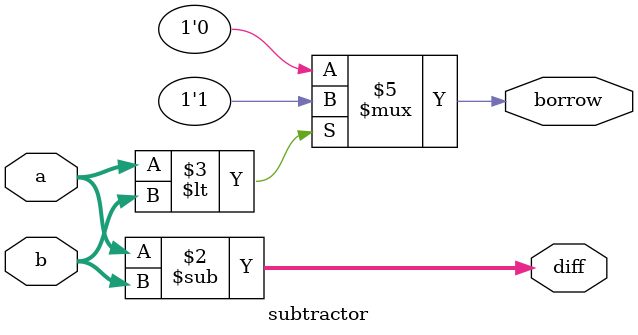
<source format=v>
module subtractor(
	input [7:0]a,
	input [7:0]b,
	output reg [7:0]diff,
	output reg borrow
);

	always@(a,b)
	begin
	diff=a-b;
	if (a<b) borrow=1'b1;
	else borrow=1'b0;
	end
endmodule

</source>
